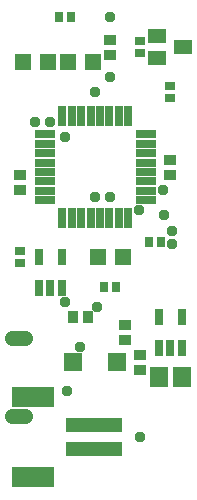
<source format=gbr>
G04 EAGLE Gerber RS-274X export*
G75*
%MOMM*%
%FSLAX34Y34*%
%LPD*%
%INSoldermask Top*%
%IPPOS*%
%AMOC8*
5,1,8,0,0,1.08239X$1,22.5*%
G01*
%ADD10R,1.403200X1.403200*%
%ADD11R,1.703200X0.753200*%
%ADD12R,0.753200X1.703200*%
%ADD13R,0.803200X0.903200*%
%ADD14R,0.903200X0.803200*%
%ADD15R,1.103200X0.903200*%
%ADD16R,0.753200X1.403200*%
%ADD17R,1.603200X1.603200*%
%ADD18R,0.903200X1.103200*%
%ADD19R,1.503200X1.703200*%
%ADD20R,1.603200X1.203200*%
%ADD21R,4.803200X1.203200*%
%ADD22R,3.603200X1.803200*%
%ADD23C,1.270000*%
%ADD24C,0.959600*%


D10*
X-175600Y50800D03*
X-154600Y50800D03*
X-192700Y50800D03*
X-213700Y50800D03*
D11*
X-109400Y-66100D03*
X-109400Y-58100D03*
X-109400Y-50100D03*
X-109400Y-42100D03*
X-109400Y-34100D03*
X-109400Y-26100D03*
X-109400Y-18100D03*
X-109400Y-10100D03*
D12*
X-124400Y4900D03*
X-132400Y4900D03*
X-140400Y4900D03*
X-148400Y4900D03*
X-156400Y4900D03*
X-164400Y4900D03*
X-172400Y4900D03*
X-180400Y4900D03*
D11*
X-195400Y-10100D03*
X-195400Y-18100D03*
X-195400Y-26100D03*
X-195400Y-34100D03*
X-195400Y-42100D03*
X-195400Y-50100D03*
X-195400Y-58100D03*
X-195400Y-66100D03*
D12*
X-180400Y-81100D03*
X-172400Y-81100D03*
X-164400Y-81100D03*
X-156400Y-81100D03*
X-148400Y-81100D03*
X-140400Y-81100D03*
X-132400Y-81100D03*
X-124400Y-81100D03*
D13*
X-96600Y-101600D03*
X-106600Y-101600D03*
X-182800Y88900D03*
X-172800Y88900D03*
D14*
X-114300Y58500D03*
X-114300Y68500D03*
D15*
X-139700Y57000D03*
X-139700Y70000D03*
D16*
X-98400Y-190801D03*
X-88900Y-190801D03*
X-79400Y-190801D03*
X-79400Y-164799D03*
X-98400Y-164799D03*
D17*
X-133900Y-203200D03*
X-170900Y-203200D03*
D16*
X-200000Y-140001D03*
X-190500Y-140001D03*
X-181000Y-140001D03*
X-181000Y-113999D03*
X-200000Y-113999D03*
D10*
X-129200Y-114300D03*
X-150200Y-114300D03*
D15*
X-215900Y-44300D03*
X-215900Y-57300D03*
X-114300Y-196700D03*
X-114300Y-209700D03*
X-88900Y-31600D03*
X-88900Y-44600D03*
X-127000Y-171300D03*
X-127000Y-184300D03*
D13*
X-144700Y-139700D03*
X-134700Y-139700D03*
D14*
X-215900Y-119300D03*
X-215900Y-109300D03*
D18*
X-158600Y-165100D03*
X-171600Y-165100D03*
D19*
X-79400Y-215900D03*
X-98400Y-215900D03*
D20*
X-77900Y63500D03*
X-99900Y54000D03*
X-99900Y73000D03*
D21*
X-153500Y-276700D03*
X-153500Y-256700D03*
D22*
X-205500Y-300700D03*
X-205500Y-232700D03*
D23*
X-211582Y-248920D02*
X-222758Y-248920D01*
X-222758Y-182880D02*
X-211582Y-182880D01*
D14*
X-88900Y20400D03*
X-88900Y30400D03*
D24*
X-203200Y0D03*
X-190500Y0D03*
X-152400Y-63500D03*
X-177800Y-12700D03*
X-139700Y88900D03*
X-177800Y-152400D03*
X-95250Y-57150D03*
X-114300Y-266700D03*
X-139700Y-63500D03*
X-152400Y25400D03*
X-94234Y-78232D03*
X-115570Y-74676D03*
X-87122Y-103124D03*
X-139700Y38100D03*
X-87122Y-92456D03*
X-176022Y-227584D03*
X-151130Y-156464D03*
X-165100Y-190500D03*
M02*

</source>
